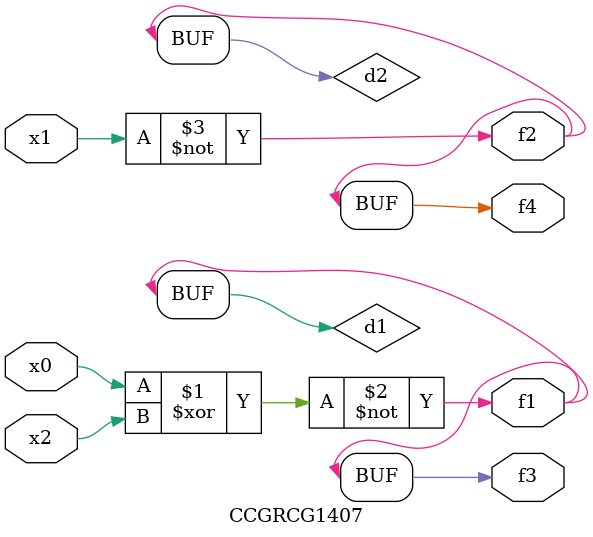
<source format=v>
module CCGRCG1407(
	input x0, x1, x2,
	output f1, f2, f3, f4
);

	wire d1, d2, d3;

	xnor (d1, x0, x2);
	nand (d2, x1);
	nor (d3, x1, x2);
	assign f1 = d1;
	assign f2 = d2;
	assign f3 = d1;
	assign f4 = d2;
endmodule

</source>
